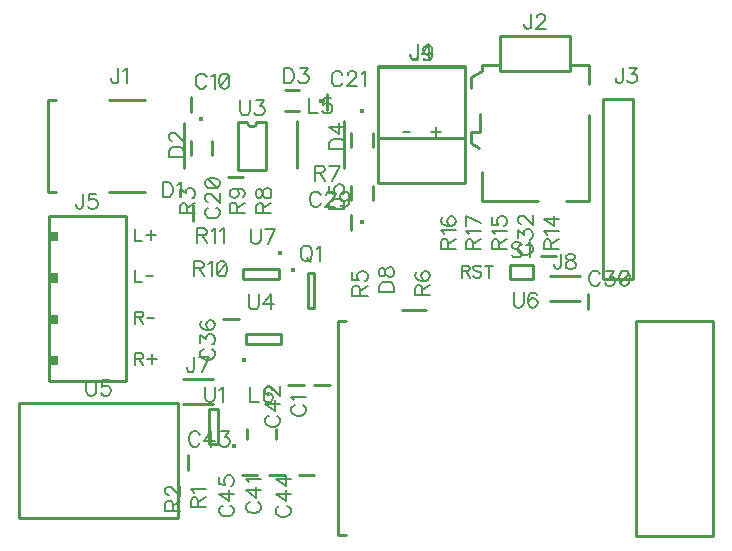
<source format=gbr>
G04 DipTrace 3.3.1.3*
G04 TopSilk.gbr*
%MOIN*%
G04 #@! TF.FileFunction,Legend,Top*
G04 #@! TF.Part,Single*
%ADD10C,0.009843*%
%ADD32C,0.015746*%
%ADD34C,0.015762*%
%ADD55C,0.015422*%
%ADD59C,0.015395*%
%ADD67C,0.015401*%
%ADD158C,0.00772*%
%ADD159C,0.006176*%
%FSLAX26Y26*%
G04*
G70*
G90*
G75*
G01*
G04 TopSilk*
%LPD*%
X1288547Y958997D2*
D10*
X1339689D1*
X879058Y1868445D2*
Y1919587D1*
X1001146Y1651911D2*
X1052287D1*
X1331814Y1876319D2*
Y1927461D1*
X1410596Y1525886D2*
Y1474744D1*
X2201892Y1210965D2*
Y1262106D1*
X2095594Y1388089D2*
X2044453D1*
X985398Y1179470D2*
X1036539D1*
X1138941Y659785D2*
X1190083D1*
X1201933Y958997D2*
X1253075D1*
X868089Y675417D2*
Y726559D1*
X1237366Y659785D2*
X1288508D1*
X1048390D2*
X1099531D1*
X882995Y1557382D2*
Y1506240D1*
X947973Y1771961D2*
Y1724729D1*
X877111Y1771961D2*
Y1724729D1*
D32*
X912542Y1844796D3*
X1239308Y1870397D2*
D10*
X1192075D1*
X1239308Y1941259D2*
X1192075D1*
D34*
X1312142Y1905828D3*
X1483406Y1799520D2*
D10*
Y1752288D1*
X1412544Y1799520D2*
Y1752288D1*
D32*
X1447975Y1872355D3*
X1412547Y1575125D2*
D10*
Y1622358D1*
X1483409Y1575125D2*
Y1622358D1*
D32*
X1447978Y1502291D3*
X1581839Y1207008D2*
D10*
X1660571D1*
X400722Y1602675D2*
Y1909766D1*
X426340D1*
X603489D2*
X725557D1*
X853508Y1831013D2*
Y1681428D1*
X725557Y1602675D2*
X603489D1*
X426340D2*
X400722D1*
X2142846Y2122362D2*
X1906650D1*
Y2004229D1*
X2142846D1*
Y2122362D1*
X2203866Y2023946D2*
X2140854D1*
X2203866Y1571187D2*
X2129075D1*
X1849571Y2004229D2*
Y2023946D1*
X1908598D1*
X2203866Y1960953D2*
Y2023946D1*
X1849571Y2004229D2*
X1810161Y1984568D1*
Y1949089D1*
X1837748Y1748358D2*
X1810161Y1764121D1*
Y1803498D1*
X1841689D1*
Y1862537D1*
X1849571Y1571187D2*
Y1669603D1*
X2203866Y1571187D2*
Y1858582D1*
X2034579Y1571187D2*
X1849571D1*
X2352309Y1912492D2*
X2252307D1*
Y1312547D1*
X2352309D1*
Y1912492D1*
X1501121Y2021182D2*
X1792465D1*
Y1631422D1*
X1501121D1*
Y2021182D1*
X404680Y1521953D2*
Y970803D1*
X660575Y970748D1*
Y1521953D1*
X404680Y1522008D1*
G36*
X433162Y1468811D2*
X401651D1*
Y1437279D1*
X433162D1*
Y1468811D1*
G37*
G36*
Y1331051D2*
X401651D1*
Y1299519D1*
X433162D1*
Y1331051D1*
G37*
G36*
Y1193292D2*
X401651D1*
Y1161704D1*
X433162D1*
Y1193292D1*
G37*
G36*
Y1055477D2*
X401651D1*
Y1023945D1*
X433162D1*
Y1055477D1*
G37*
X950732Y893819D2*
D10*
X850732D1*
X950732Y978071D2*
X850732D1*
X2073764Y1321969D2*
X2173764D1*
X2073764Y1237717D2*
X2173764D1*
X1501126Y2018031D2*
X1792465D1*
Y1781811D1*
X1501126D1*
Y2018031D1*
X1388921Y1838897D2*
Y1681418D1*
X1231441Y1838897D2*
Y1681418D1*
X1064114Y811374D2*
Y779889D1*
X1162547Y811374D2*
Y779889D1*
D55*
X1216732Y1342188D3*
X1266874Y1332987D2*
D10*
Y1214882D1*
X1286559D1*
Y1332987D1*
X1266874D1*
X1940098Y1356969D2*
X2016870Y1357163D1*
X1940098Y1312717D2*
Y1357204D1*
Y1312912D2*
X2016870D1*
Y1312717D2*
Y1357204D1*
D59*
X1022838Y755090D3*
X968772Y760353D2*
D10*
Y878461D1*
X937282Y760353D2*
Y878461D1*
X968772D2*
X937282D1*
X968772Y760353D2*
X937282D1*
X1034590Y1833975D2*
X1066079D1*
X1034590D2*
Y1676497D1*
X1097591Y1833975D2*
X1129080D1*
X1034590Y1676497D2*
X1129080D1*
Y1833975D1*
X1066079D2*
G03X1097591Y1833975I15756J8D01*
G01*
D67*
X1054921Y1042745D3*
X1060183Y1096810D2*
D10*
X1178291D1*
X1060183Y1128301D2*
X1178291D1*
Y1096810D2*
Y1128301D1*
X1060183Y1096810D2*
Y1128301D1*
X304276Y515662D2*
X835772D1*
Y897542D1*
X304276D1*
Y515662D1*
X2618044Y1172584D2*
X2361794D1*
Y453875D1*
X2618044D1*
Y1172584D1*
X1393420D2*
X1368420D1*
X1368045Y535077D1*
X1368420Y460081D2*
X1393420D1*
X1368420D2*
Y553845D1*
D67*
X1175678Y1398830D3*
X1170415Y1344765D2*
D10*
X1052307D1*
X1170415Y1313274D2*
X1052307D1*
Y1344765D2*
Y1313274D1*
X1170415Y1344765D2*
Y1313274D1*
X1223306Y892339D2*
D158*
X1218553Y889963D1*
X1213744Y885154D1*
X1211368Y880401D1*
Y870840D1*
X1213744Y866031D1*
X1218553Y861278D1*
X1223306Y858846D1*
X1230491Y856470D1*
X1242484D1*
X1249614Y858846D1*
X1254422Y861278D1*
X1259176Y866031D1*
X1261608Y870840D1*
Y880401D1*
X1259176Y885154D1*
X1254423Y889963D1*
X1249614Y892339D1*
X1220984Y907779D2*
X1218553Y912587D1*
X1211423Y919772D1*
X1261608D1*
X929687Y1984828D2*
X927310Y1989581D1*
X922502Y1994390D1*
X917748Y1996766D1*
X908187D1*
X903378Y1994390D1*
X898625Y1989581D1*
X896193Y1984828D1*
X893817Y1977643D1*
Y1965650D1*
X896193Y1958520D1*
X898625Y1953711D1*
X903378Y1948958D1*
X908187Y1946526D1*
X917748D1*
X922502Y1948958D1*
X927310Y1953711D1*
X929687Y1958520D1*
X945126Y1987149D2*
X949934Y1989581D1*
X957119Y1996711D1*
Y1946526D1*
X986929Y1996711D2*
X979744Y1994335D1*
X974935Y1987149D1*
X972559Y1975211D1*
Y1968026D1*
X974935Y1956088D1*
X979744Y1948903D1*
X986929Y1946526D1*
X991682D1*
X998867Y1948903D1*
X1003620Y1956088D1*
X1006052Y1968026D1*
Y1975211D1*
X1003620Y1987149D1*
X998867Y1994335D1*
X991682Y1996711D1*
X986929D1*
X1003620Y1987149D2*
X974935Y1956088D1*
X935904Y1550037D2*
X931151Y1547660D1*
X926343Y1542852D1*
X923966Y1538098D1*
Y1528537D1*
X926343Y1523728D1*
X931151Y1518975D1*
X935904Y1516543D1*
X943089Y1514167D1*
X955083D1*
X962212Y1516543D1*
X967021Y1518975D1*
X971774Y1523728D1*
X974206Y1528537D1*
Y1538098D1*
X971774Y1542852D1*
X967021Y1547660D1*
X962212Y1550037D1*
X935959Y1567908D2*
X933583D1*
X928774Y1570284D1*
X926398Y1572661D1*
X924021Y1577469D1*
Y1587031D1*
X926398Y1591784D1*
X928774Y1594161D1*
X933583Y1596593D1*
X938336D1*
X943144Y1594161D1*
X950274Y1589407D1*
X974206Y1565476D1*
Y1598969D1*
X924021Y1628778D2*
X926398Y1621593D1*
X933583Y1616785D1*
X945521Y1614408D1*
X952706D1*
X964644Y1616785D1*
X971829Y1621593D1*
X974206Y1628778D1*
Y1633532D1*
X971829Y1640717D1*
X964644Y1645470D1*
X952706Y1647902D1*
X945521D1*
X933583Y1645470D1*
X926398Y1640717D1*
X924021Y1633532D1*
Y1628778D1*
X933583Y1645470D2*
X964644Y1616785D1*
X1382443Y1992702D2*
X1380066Y1997455D1*
X1375258Y2002264D1*
X1370504Y2004640D1*
X1360943D1*
X1356134Y2002264D1*
X1351381Y1997455D1*
X1348949Y1992702D1*
X1346573Y1985517D1*
Y1973524D1*
X1348949Y1966394D1*
X1351381Y1961585D1*
X1356134Y1956832D1*
X1360943Y1954400D1*
X1370504D1*
X1375258Y1956832D1*
X1380066Y1961585D1*
X1382443Y1966394D1*
X1400314Y1992647D2*
Y1995024D1*
X1402690Y1999832D1*
X1405067Y2002209D1*
X1409875Y2004585D1*
X1419437D1*
X1424190Y2002209D1*
X1426567Y1999832D1*
X1428999Y1995024D1*
Y1990270D1*
X1426567Y1985462D1*
X1421814Y1978332D1*
X1397882Y1954400D1*
X1431375D1*
X1446814Y1995024D2*
X1451623Y1997455D1*
X1458808Y2004585D1*
Y1954400D1*
X1309910Y1591127D2*
X1307533Y1595881D1*
X1302725Y1600689D1*
X1297972Y1603066D1*
X1288410D1*
X1283602Y1600689D1*
X1278848Y1595881D1*
X1276416Y1591127D1*
X1274040Y1583942D1*
Y1571949D1*
X1276416Y1564819D1*
X1278848Y1560011D1*
X1283602Y1555257D1*
X1288410Y1552826D1*
X1297972D1*
X1302725Y1555257D1*
X1307533Y1560011D1*
X1309910Y1564819D1*
X1327781Y1591072D2*
Y1593449D1*
X1330158Y1598257D1*
X1332534Y1600634D1*
X1337343Y1603010D1*
X1346904D1*
X1351657Y1600634D1*
X1354034Y1598257D1*
X1356466Y1593449D1*
Y1588696D1*
X1354034Y1583887D1*
X1349281Y1576757D1*
X1325349Y1552826D1*
X1358842D1*
X1405398Y1586319D2*
X1402967Y1579134D1*
X1398213Y1574325D1*
X1391028Y1571949D1*
X1388652D1*
X1381467Y1574325D1*
X1376714Y1579134D1*
X1374282Y1586319D1*
Y1588696D1*
X1376714Y1595881D1*
X1381467Y1600634D1*
X1388652Y1603010D1*
X1391028D1*
X1398213Y1600634D1*
X1402967Y1595881D1*
X1405398Y1586319D1*
Y1574325D1*
X1402967Y1562387D1*
X1398213Y1555202D1*
X1391028Y1552826D1*
X1386275D1*
X1379090Y1555202D1*
X1376714Y1560011D1*
X2241771Y1327348D2*
X2239395Y1332101D1*
X2234586Y1336909D1*
X2229833Y1339286D1*
X2220272D1*
X2215463Y1336909D1*
X2210710Y1332101D1*
X2208278Y1327348D1*
X2205901Y1320163D1*
Y1308169D1*
X2208278Y1301040D1*
X2210710Y1296231D1*
X2215463Y1291478D1*
X2220272Y1289046D1*
X2229833D1*
X2234586Y1291478D1*
X2239395Y1296231D1*
X2241771Y1301040D1*
X2262019Y1339231D2*
X2288272D1*
X2273957Y1320108D1*
X2281142D1*
X2285896Y1317731D1*
X2288272Y1315354D1*
X2290704Y1308169D1*
Y1303416D1*
X2288272Y1296231D1*
X2283519Y1291423D1*
X2276334Y1289046D1*
X2269149D1*
X2262019Y1291423D1*
X2259643Y1293855D1*
X2257211Y1298608D1*
X2320513Y1339231D2*
X2313328Y1336854D1*
X2308520Y1329669D1*
X2306143Y1317731D1*
Y1310546D1*
X2308520Y1298608D1*
X2313328Y1291423D1*
X2320513Y1289046D1*
X2325266D1*
X2332452Y1291423D1*
X2337205Y1298608D1*
X2339637Y1310546D1*
Y1317731D1*
X2337205Y1329669D1*
X2332452Y1336854D1*
X2325266Y1339231D1*
X2320513D1*
X2337205Y1329669D2*
X2308520Y1298608D1*
X1979211Y1427968D2*
X1974458Y1425592D1*
X1969650Y1420783D1*
X1967273Y1416030D1*
Y1406469D1*
X1969650Y1401660D1*
X1974458Y1396907D1*
X1979211Y1394475D1*
X1986396Y1392098D1*
X1998390D1*
X2005520Y1394475D1*
X2010328Y1396907D1*
X2015081Y1401660D1*
X2017513Y1406468D1*
Y1416030D1*
X2015081Y1420783D1*
X2010328Y1425592D1*
X2005520Y1427968D1*
X1967328Y1448216D2*
Y1474469D1*
X1986452Y1460154D1*
Y1467339D1*
X1988828Y1472092D1*
X1991205Y1474469D1*
X1998390Y1476901D1*
X2003143D1*
X2010328Y1474469D1*
X2015136Y1469716D1*
X2017513Y1462531D1*
Y1455346D1*
X2015136Y1448216D1*
X2012705Y1445839D1*
X2007951Y1443408D1*
X1979267Y1494772D2*
X1976890D1*
X1972081Y1497149D1*
X1969705Y1499525D1*
X1967328Y1504334D1*
Y1513895D1*
X1969705Y1518648D1*
X1972081Y1521025D1*
X1976890Y1523457D1*
X1981643D1*
X1986452Y1521025D1*
X1993581Y1516272D1*
X2017513Y1492340D1*
Y1525833D1*
X920156Y1078812D2*
X915403Y1076435D1*
X910595Y1071627D1*
X908218Y1066873D1*
Y1057312D1*
X910594Y1052503D1*
X915403Y1047750D1*
X920156Y1045318D1*
X927341Y1042942D1*
X939335D1*
X946464Y1045318D1*
X951273Y1047750D1*
X956026Y1052503D1*
X958458Y1057312D1*
Y1066873D1*
X956026Y1071626D1*
X951273Y1076435D1*
X946464Y1078812D1*
X908273Y1099059D2*
Y1125312D1*
X927396Y1110997D1*
Y1118182D1*
X929773Y1122936D1*
X932150Y1125312D1*
X939335Y1127744D1*
X944088D1*
X951273Y1125312D1*
X956081Y1120559D1*
X958458Y1113374D1*
Y1106189D1*
X956081Y1099059D1*
X953649Y1096683D1*
X948896Y1094251D1*
X915403Y1171868D2*
X910650Y1169492D1*
X908273Y1162307D1*
Y1157553D1*
X910650Y1150368D1*
X917835Y1145560D1*
X929773Y1143183D1*
X941711D1*
X951273Y1145560D1*
X956081Y1150368D1*
X958458Y1157553D1*
Y1159930D1*
X956081Y1167060D1*
X951273Y1171868D1*
X944088Y1174245D1*
X941711D1*
X934526Y1171868D1*
X929773Y1167060D1*
X927396Y1159930D1*
Y1157553D1*
X929773Y1150368D1*
X934526Y1145560D1*
X941711Y1143183D1*
X1073699Y567472D2*
X1068946Y565096D1*
X1064138Y560287D1*
X1061761Y555534D1*
Y545972D1*
X1064138Y541164D1*
X1068946Y536411D1*
X1073699Y533979D1*
X1080884Y531602D1*
X1092878D1*
X1100008Y533979D1*
X1104816Y536411D1*
X1109569Y541164D1*
X1112001Y545972D1*
Y555534D1*
X1109569Y560287D1*
X1104816Y565096D1*
X1100008Y567472D1*
X1112001Y606843D2*
X1061817D1*
X1095255Y582911D1*
Y618781D1*
X1071378Y634221D2*
X1068946Y639029D1*
X1061817Y646214D1*
X1112001D1*
X1136692Y855935D2*
X1131938Y853558D1*
X1127130Y848750D1*
X1124753Y843997D1*
Y834435D1*
X1127130Y829627D1*
X1131938Y824873D1*
X1136692Y822442D1*
X1143877Y820065D1*
X1155870D1*
X1163000Y822442D1*
X1167808Y824873D1*
X1172561Y829627D1*
X1174993Y834435D1*
Y843997D1*
X1172562Y848750D1*
X1167808Y853558D1*
X1163000Y855935D1*
X1174993Y895306D2*
X1124809D1*
X1158247Y871374D1*
Y907244D1*
X1136747Y925115D2*
X1134370D1*
X1129562Y927492D1*
X1127185Y929868D1*
X1124809Y934677D1*
Y944238D1*
X1127185Y948992D1*
X1129562Y951368D1*
X1134370Y953800D1*
X1139123D1*
X1143932Y951368D1*
X1151062Y946615D1*
X1174993Y922683D1*
Y956177D1*
X906780Y791801D2*
X904403Y796554D1*
X899595Y801362D1*
X894842Y803739D1*
X885280D1*
X880472Y801362D1*
X875718Y796554D1*
X873287Y791801D1*
X870910Y784616D1*
Y772622D1*
X873287Y765492D1*
X875718Y760684D1*
X880472Y755931D1*
X885280Y753499D1*
X894842D1*
X899595Y755931D1*
X904403Y760684D1*
X906780Y765492D1*
X946151Y753499D2*
Y803684D1*
X922219Y770245D1*
X958089D1*
X978337Y803684D2*
X1004590D1*
X990275Y784560D1*
X997460D1*
X1002213Y782184D1*
X1004590Y779807D1*
X1007022Y772622D1*
Y767869D1*
X1004590Y760684D1*
X999837Y755875D1*
X992652Y753499D1*
X985467D1*
X978337Y755875D1*
X975960Y758307D1*
X973528Y763060D1*
X1172125Y555534D2*
X1167371Y553157D1*
X1162563Y548349D1*
X1160186Y543596D1*
Y534034D1*
X1162563Y529226D1*
X1167371Y524473D1*
X1172125Y522041D1*
X1179310Y519664D1*
X1191303D1*
X1198433Y522041D1*
X1203241Y524473D1*
X1207995Y529226D1*
X1210426Y534034D1*
Y543596D1*
X1207995Y548349D1*
X1203241Y553157D1*
X1198433Y555534D1*
X1210426Y594905D2*
X1160242D1*
X1193680Y570973D1*
Y606843D1*
X1210426Y646214D2*
X1160242D1*
X1193680Y622282D1*
Y658152D1*
X983148Y556722D2*
X978395Y554346D1*
X973587Y549537D1*
X971210Y544784D1*
Y535222D1*
X973587Y530414D1*
X978395Y525661D1*
X983148Y523229D1*
X990333Y520852D1*
X1002327D1*
X1009457Y523229D1*
X1014265Y525661D1*
X1019018Y530414D1*
X1021450Y535222D1*
Y544784D1*
X1019018Y549537D1*
X1014265Y554346D1*
X1009457Y556722D1*
X1021450Y596093D2*
X971265D1*
X1004703Y572162D1*
Y608031D1*
X971265Y652156D2*
Y628279D1*
X992765Y625903D1*
X990389Y628279D1*
X987957Y635464D1*
Y642594D1*
X990389Y649779D1*
X995142Y654587D1*
X1002327Y656964D1*
X1007080D1*
X1014265Y654587D1*
X1019073Y649779D1*
X1021450Y642594D1*
Y635464D1*
X1019073Y628279D1*
X1016642Y625903D1*
X1011888Y623471D1*
X783645Y1634562D2*
Y1584322D1*
X800391D1*
X807576Y1586754D1*
X812385Y1591507D1*
X814761Y1596315D1*
X817138Y1603445D1*
Y1615438D1*
X814761Y1622623D1*
X812385Y1627377D1*
X807576Y1632185D1*
X800391Y1634562D1*
X783645D1*
X832577Y1624945D2*
X837386Y1627377D1*
X844571Y1634506D1*
Y1584322D1*
X803888Y1719929D2*
X854128D1*
Y1736676D1*
X851696Y1743861D1*
X846943Y1748669D1*
X842134Y1751046D1*
X835005Y1753422D1*
X823011D1*
X815826Y1751046D1*
X811073Y1748669D1*
X806264Y1743861D1*
X803888Y1736676D1*
Y1719929D1*
X815881Y1771293D2*
X813505D1*
X808696Y1773670D1*
X806320Y1776046D1*
X803943Y1780855D1*
Y1790417D1*
X806320Y1795170D1*
X808696Y1797546D1*
X813505Y1799978D1*
X818258D1*
X823066Y1797546D1*
X830196Y1792793D1*
X854128Y1768861D1*
Y1802355D1*
X1187275Y2014482D2*
Y1964242D1*
X1204022D1*
X1211207Y1966674D1*
X1216015Y1971427D1*
X1218392Y1976236D1*
X1220769Y1983366D1*
Y1995359D1*
X1218392Y2002544D1*
X1216015Y2007297D1*
X1211207Y2012106D1*
X1204022Y2014482D1*
X1187275D1*
X1241016Y2014427D2*
X1267269D1*
X1252954Y1995304D1*
X1260140D1*
X1264893Y1992927D1*
X1267269Y1990551D1*
X1269701Y1983366D1*
Y1978612D1*
X1267269Y1971427D1*
X1262516Y1966619D1*
X1255331Y1964242D1*
X1248146D1*
X1241016Y1966619D1*
X1238640Y1969051D1*
X1236208Y1973804D1*
X1339321Y1746300D2*
X1389561D1*
Y1763046D1*
X1387129Y1770231D1*
X1382376Y1775040D1*
X1377567Y1777416D1*
X1370438Y1779793D1*
X1358444D1*
X1351259Y1777416D1*
X1346506Y1775040D1*
X1341698Y1770231D1*
X1339321Y1763046D1*
Y1746300D1*
X1389561Y1819164D2*
X1339376D1*
X1372814Y1795232D1*
Y1831102D1*
X1339324Y1544732D2*
X1389564D1*
Y1561479D1*
X1387132Y1568664D1*
X1382379Y1573472D1*
X1377570Y1575849D1*
X1370440Y1578225D1*
X1358447D1*
X1351262Y1575849D1*
X1346509Y1573472D1*
X1341700Y1568664D1*
X1339324Y1561479D1*
Y1544732D1*
X1339379Y1622349D2*
Y1598473D1*
X1360879Y1596096D1*
X1358502Y1598473D1*
X1356070Y1605658D1*
Y1612788D1*
X1358502Y1619973D1*
X1363255Y1624781D1*
X1370440Y1627158D1*
X1375193D1*
X1382379Y1624781D1*
X1387187Y1619973D1*
X1389564Y1612788D1*
Y1605658D1*
X1387187Y1598473D1*
X1384755Y1596096D1*
X1380002Y1593665D1*
X1504675Y1269169D2*
X1554915D1*
Y1285916D1*
X1552483Y1293101D1*
X1547730Y1297909D1*
X1542921Y1300286D1*
X1535791Y1302662D1*
X1523798D1*
X1516613Y1300286D1*
X1511860Y1297909D1*
X1507051Y1293101D1*
X1504675Y1285916D1*
Y1269169D1*
X1504730Y1330040D2*
X1507106Y1322910D1*
X1511860Y1320478D1*
X1516668D1*
X1521421Y1322910D1*
X1523853Y1327663D1*
X1526230Y1337225D1*
X1528606Y1344410D1*
X1533415Y1349163D1*
X1538168Y1351540D1*
X1545353D1*
X1550106Y1349163D1*
X1552538Y1346786D1*
X1554915Y1339601D1*
Y1330040D1*
X1552538Y1322910D1*
X1550106Y1320478D1*
X1545353Y1318102D1*
X1538168D1*
X1533415Y1320478D1*
X1528606Y1325287D1*
X1526230Y1332416D1*
X1523853Y1341978D1*
X1521421Y1346787D1*
X1516668Y1349163D1*
X1511860D1*
X1507106Y1346787D1*
X1504730Y1339602D1*
Y1330040D1*
X636181Y2014483D2*
Y1976236D1*
X633805Y1969051D1*
X631373Y1966675D1*
X626620Y1964243D1*
X621811D1*
X617058Y1966675D1*
X614681Y1969051D1*
X612250Y1976236D1*
Y1980990D1*
X651620Y2004866D2*
X656429Y2007298D1*
X663614Y2014428D1*
Y1964243D1*
X2012248Y2195585D2*
Y2157339D1*
X2009871Y2150154D1*
X2007439Y2147777D1*
X2002686Y2145345D1*
X1997878D1*
X1993124Y2147777D1*
X1990748Y2150154D1*
X1988316Y2157339D1*
Y2162092D1*
X2030119Y2183592D2*
Y2185968D1*
X2032495Y2190777D1*
X2034872Y2193153D1*
X2039680Y2195530D1*
X2049242D1*
X2053995Y2193153D1*
X2056372Y2190777D1*
X2058804Y2185968D1*
Y2181215D1*
X2056372Y2176407D1*
X2051619Y2169277D1*
X2027687Y2145345D1*
X2061180D1*
X2317267Y2014877D2*
Y1976630D1*
X2314891Y1969445D1*
X2312459Y1967068D1*
X2307706Y1964637D1*
X2302897D1*
X2298144Y1967068D1*
X2295767Y1969445D1*
X2293336Y1976630D1*
Y1981383D1*
X2337515Y2014821D2*
X2363768D1*
X2349453Y1995698D1*
X2356638D1*
X2361391Y1993322D1*
X2363768Y1990945D1*
X2366200Y1983760D1*
Y1979007D1*
X2363768Y1971822D1*
X2359015Y1967013D1*
X2351830Y1964637D1*
X2344645D1*
X2337515Y1967013D1*
X2335138Y1969445D1*
X2332707Y1974198D1*
X1633104Y2094405D2*
Y2056158D1*
X1630727Y2048973D1*
X1628295Y2046597D1*
X1623542Y2044165D1*
X1618734D1*
X1613981Y2046597D1*
X1611604Y2048973D1*
X1609172Y2056158D1*
Y2060911D1*
X1672475Y2044165D2*
Y2094350D1*
X1648543Y2060911D1*
X1684413D1*
X518612Y1595231D2*
Y1556984D1*
X516236Y1549799D1*
X513804Y1547423D1*
X509051Y1544991D1*
X504242D1*
X499489Y1547423D1*
X497113Y1549799D1*
X494681Y1556984D1*
Y1561738D1*
X562737Y1595176D2*
X538860D1*
X536484Y1573676D1*
X538860Y1576052D1*
X546045Y1578484D1*
X553175D1*
X560360Y1576052D1*
X565168Y1571299D1*
X567545Y1564114D1*
Y1559361D1*
X565168Y1552176D1*
X560360Y1547368D1*
X553175Y1544991D1*
X546045D1*
X538860Y1547368D1*
X536484Y1549799D1*
X534052Y1554553D1*
X888232Y1051294D2*
Y1013047D1*
X885855Y1005862D1*
X883423Y1003486D1*
X878670Y1001054D1*
X873862D1*
X869109Y1003486D1*
X866732Y1005862D1*
X864300Y1013047D1*
Y1017801D1*
X913233Y1001054D2*
X937164Y1051239D1*
X903671D1*
X2111291Y1395192D2*
Y1356945D1*
X2108914Y1349760D1*
X2106483Y1347383D1*
X2101729Y1344952D1*
X2096921D1*
X2092168Y1347383D1*
X2089791Y1349760D1*
X2087359Y1356945D1*
Y1361698D1*
X2138668Y1395136D2*
X2131539Y1392760D1*
X2129107Y1388007D1*
Y1383198D1*
X2131539Y1378445D1*
X2136292Y1376013D1*
X2145853Y1373636D1*
X2153039Y1371260D1*
X2157792Y1366451D1*
X2160168Y1361698D1*
Y1354513D1*
X2157792Y1349760D1*
X2155415Y1347328D1*
X2148230Y1344952D1*
X2138668D1*
X2131539Y1347328D1*
X2129107Y1349760D1*
X2126730Y1354513D1*
Y1361698D1*
X2129107Y1366451D1*
X2133915Y1371260D1*
X2141045Y1373636D1*
X2150607Y1376013D1*
X2155415Y1378445D1*
X2157792Y1383198D1*
Y1388007D1*
X2155415Y1392760D1*
X2148230Y1395136D1*
X2138668D1*
X1635483Y2091255D2*
Y2053008D1*
X1633107Y2045823D1*
X1630675Y2043446D1*
X1625922Y2041015D1*
X1621113D1*
X1616360Y2043446D1*
X1613983Y2045823D1*
X1611551Y2053008D1*
Y2057761D1*
X1682039Y2074508D2*
X1679607Y2067323D1*
X1674854Y2062514D1*
X1667669Y2060138D1*
X1665292D1*
X1658107Y2062514D1*
X1653354Y2067323D1*
X1650922Y2074508D1*
Y2076884D1*
X1653354Y2084070D1*
X1658107Y2088823D1*
X1665292Y2091199D1*
X1667669D1*
X1674854Y2088823D1*
X1679607Y2084070D1*
X1682039Y2074508D1*
Y2062514D1*
X1679607Y2050576D1*
X1674854Y2043391D1*
X1667669Y2041015D1*
X1662916D1*
X1655731Y2043391D1*
X1653354Y2048200D1*
X1271372Y1914089D2*
Y1863849D1*
X1300057D1*
X1344181Y1914034D2*
X1320305D1*
X1317928Y1892534D1*
X1320305Y1894911D1*
X1327490Y1897343D1*
X1334620D1*
X1341805Y1894911D1*
X1346613Y1890158D1*
X1348990Y1882972D1*
Y1878219D1*
X1346613Y1871034D1*
X1341805Y1866226D1*
X1334620Y1863849D1*
X1327490D1*
X1320305Y1866226D1*
X1317928Y1868658D1*
X1315497Y1873411D1*
X1075738Y950507D2*
Y900267D1*
X1104423D1*
X1148547Y943322D2*
X1146170Y948075D1*
X1138985Y950451D1*
X1134232D1*
X1127047Y948075D1*
X1122239Y940890D1*
X1119862Y928951D1*
Y917013D1*
X1122239Y907452D1*
X1127047Y902643D1*
X1134232Y900267D1*
X1136609D1*
X1143738Y902643D1*
X1148547Y907452D1*
X1150924Y914637D1*
Y917013D1*
X1148547Y924198D1*
X1143738Y928951D1*
X1136609Y931328D1*
X1134232D1*
X1127047Y928951D1*
X1122239Y924198D1*
X1119862Y917013D1*
X1257344Y1423113D2*
X1252591Y1420792D1*
X1247782Y1415983D1*
X1245406Y1411175D1*
X1242974Y1403990D1*
Y1392051D1*
X1245406Y1384866D1*
X1247782Y1380113D1*
X1252591Y1375305D1*
X1257344Y1372928D1*
X1266906D1*
X1271714Y1375305D1*
X1276467Y1380113D1*
X1278844Y1384866D1*
X1281276Y1392051D1*
Y1403990D1*
X1278844Y1411175D1*
X1276467Y1415983D1*
X1271714Y1420792D1*
X1266906Y1423113D1*
X1257344D1*
X1264529Y1382490D2*
X1278844Y1368120D1*
X1296715Y1413496D2*
X1301523Y1415928D1*
X1308708Y1423058D1*
Y1372873D1*
X901705Y550561D2*
Y572061D1*
X899273Y579246D1*
X896896Y581677D1*
X892143Y584054D1*
X887335D1*
X882581Y581677D1*
X880150Y579246D1*
X877773Y572061D1*
Y550561D1*
X928013D1*
X901705Y567307D2*
X928013Y584054D1*
X887390Y599493D2*
X884958Y604302D1*
X877828Y611487D1*
X928013D1*
X816509Y539811D2*
Y561311D1*
X814077Y568496D1*
X811701Y570928D1*
X806948Y573304D1*
X802139D1*
X797386Y570928D1*
X794954Y568496D1*
X792577Y561311D1*
Y539811D1*
X842817D1*
X816509Y556557D2*
X842818Y573304D1*
X804571Y591175D2*
X802194D1*
X797386Y593552D1*
X795009Y595928D1*
X792633Y600737D1*
Y610298D1*
X795009Y615052D1*
X797386Y617428D1*
X802194Y619860D1*
X806948D1*
X811756Y617428D1*
X818886Y612675D1*
X842817Y588743D1*
Y622237D1*
X865220Y1531937D2*
Y1553437D1*
X862789Y1560622D1*
X860412Y1563053D1*
X855659Y1565430D1*
X850850D1*
X846097Y1563053D1*
X843665Y1560622D1*
X841289Y1553437D1*
Y1531937D1*
X891529D1*
X865220Y1548683D2*
X891529Y1565430D1*
X841344Y1585678D2*
Y1611931D1*
X860467Y1597616D1*
Y1604801D1*
X862844Y1609554D1*
X865220Y1611931D1*
X872406Y1614363D1*
X877159D1*
X884344Y1611931D1*
X889152Y1607178D1*
X891529Y1599992D1*
Y1592807D1*
X889152Y1585678D1*
X886720Y1583301D1*
X881967Y1580869D1*
X1440024Y1256346D2*
Y1277846D1*
X1437592Y1285031D1*
X1435215Y1287463D1*
X1430462Y1289840D1*
X1425654D1*
X1420900Y1287463D1*
X1418469Y1285031D1*
X1416092Y1277846D1*
Y1256346D1*
X1466332D1*
X1440024Y1273093D2*
X1466332Y1289839D1*
X1416147Y1333964D2*
Y1310087D1*
X1437647Y1307711D1*
X1435270Y1310087D1*
X1432839Y1317272D1*
Y1324402D1*
X1435270Y1331587D1*
X1440024Y1336395D1*
X1447209Y1338772D1*
X1451962D1*
X1459147Y1336395D1*
X1463955Y1331587D1*
X1466332Y1324402D1*
Y1317272D1*
X1463955Y1310087D1*
X1461523Y1307711D1*
X1456770Y1305279D1*
X1648685Y1257562D2*
Y1279062D1*
X1646253Y1286247D1*
X1643877Y1288679D1*
X1639123Y1291055D1*
X1634315D1*
X1629562Y1288679D1*
X1627130Y1286247D1*
X1624753Y1279062D1*
Y1257562D1*
X1674993D1*
X1648685Y1274309D2*
X1674993Y1291055D1*
X1631938Y1335180D2*
X1627185Y1332803D1*
X1624809Y1325618D1*
Y1320865D1*
X1627185Y1313680D1*
X1634370Y1308871D1*
X1646308Y1306495D1*
X1658247D1*
X1667808Y1308871D1*
X1672617Y1313680D1*
X1674993Y1320865D1*
Y1323241D1*
X1672617Y1330371D1*
X1667808Y1335180D1*
X1660623Y1337556D1*
X1658247D1*
X1651062Y1335180D1*
X1646308Y1330371D1*
X1643932Y1323241D1*
Y1320865D1*
X1646308Y1313680D1*
X1651062Y1308871D1*
X1658247Y1306495D1*
X1290622Y1665748D2*
X1312122D1*
X1319307Y1668180D1*
X1321738Y1670557D1*
X1324115Y1675310D1*
Y1680118D1*
X1321738Y1684871D1*
X1319307Y1687303D1*
X1312122Y1689680D1*
X1290622D1*
Y1639440D1*
X1307368Y1665748D2*
X1324115Y1639440D1*
X1349116D2*
X1373048Y1689624D1*
X1339554D1*
X1119157Y1531964D2*
X1119158Y1553464D1*
X1116726Y1560649D1*
X1114349Y1563081D1*
X1109596Y1565458D1*
X1104787D1*
X1100034Y1563081D1*
X1097602Y1560649D1*
X1095226Y1553464D1*
Y1531964D1*
X1145466D1*
X1119157Y1548711D2*
X1145466Y1565458D1*
X1095281Y1592835D2*
X1097658Y1585705D1*
X1102411Y1583274D1*
X1107219D1*
X1111972Y1585705D1*
X1114404Y1590459D1*
X1116781Y1600020D1*
X1119158Y1607205D1*
X1123966Y1611958D1*
X1128719Y1614335D1*
X1135904D1*
X1140657Y1611958D1*
X1143089Y1609582D1*
X1145466Y1602397D1*
Y1592835D1*
X1143089Y1585705D1*
X1140657Y1583273D1*
X1135904Y1580897D1*
X1128719D1*
X1123966Y1583274D1*
X1119158Y1588082D1*
X1116781Y1595212D1*
X1114404Y1604773D1*
X1111972Y1609582D1*
X1107219Y1611958D1*
X1102411D1*
X1097658Y1609582D1*
X1095281Y1602397D1*
Y1592835D1*
X1030575Y1533125D2*
Y1554625D1*
X1028143Y1561810D1*
X1025766Y1564242D1*
X1021013Y1566618D1*
X1016205D1*
X1011452Y1564242D1*
X1009020Y1561810D1*
X1006643Y1554625D1*
Y1533125D1*
X1056883D1*
X1030575Y1549872D2*
X1056883Y1566618D1*
X1023390Y1613174D2*
X1030575Y1610742D1*
X1035383Y1605989D1*
X1037760Y1598804D1*
Y1596428D1*
X1035383Y1589243D1*
X1030575Y1584489D1*
X1023390Y1582058D1*
X1021013D1*
X1013828Y1584489D1*
X1009075Y1589243D1*
X1006698Y1596428D1*
Y1598804D1*
X1009075Y1605989D1*
X1013828Y1610742D1*
X1023390Y1613174D1*
X1035383D1*
X1047321Y1610742D1*
X1054507Y1605989D1*
X1056883Y1598804D1*
Y1594051D1*
X1054507Y1586866D1*
X1049698Y1584489D1*
X887142Y1346850D2*
X908641D1*
X915826Y1349282D1*
X918258Y1351659D1*
X920635Y1356412D1*
Y1361221D1*
X918258Y1365974D1*
X915826Y1368406D1*
X908641Y1370782D1*
X887142D1*
Y1320542D1*
X903888Y1346850D2*
X920635Y1320542D1*
X936074Y1361165D2*
X940883Y1363597D1*
X948068Y1370727D1*
Y1320542D1*
X977877Y1370727D2*
X970692Y1368350D1*
X965883Y1361165D1*
X963507Y1349227D1*
Y1342042D1*
X965883Y1330104D1*
X970692Y1322919D1*
X977877Y1320542D1*
X982630D1*
X989815Y1322919D1*
X994568Y1330104D1*
X997000Y1342042D1*
Y1349227D1*
X994568Y1361165D1*
X989815Y1368350D1*
X982630Y1370727D1*
X977877D1*
X994568Y1361165D2*
X965883Y1330104D1*
X897891Y1457087D2*
X919391D1*
X926576Y1459519D1*
X929008Y1461895D1*
X931385Y1466648D1*
Y1471457D1*
X929008Y1476210D1*
X926576Y1478642D1*
X919391Y1481018D1*
X897891D1*
Y1430778D1*
X914638Y1457087D2*
X931385Y1430778D1*
X946824Y1471401D2*
X951632Y1473833D1*
X958818Y1480963D1*
Y1430778D1*
X974257Y1471401D2*
X979065Y1473833D1*
X986250Y1480963D1*
Y1430778D1*
X2077819Y1410733D2*
Y1432233D1*
X2075387Y1439418D1*
X2073010Y1441850D1*
X2068257Y1444226D1*
X2063449D1*
X2058696Y1441850D1*
X2056264Y1439418D1*
X2053887Y1432233D1*
Y1410733D1*
X2104127D1*
X2077819Y1427480D2*
X2104127Y1444226D1*
X2063504Y1459665D2*
X2061072Y1464474D1*
X2053942Y1471659D1*
X2104127D1*
Y1511030D2*
X2053942D1*
X2087381Y1487098D1*
Y1522968D1*
X1904591Y1411921D2*
Y1433421D1*
X1902159Y1440606D1*
X1899782Y1443038D1*
X1895029Y1445414D1*
X1890220Y1445415D1*
X1885467Y1443038D1*
X1883035Y1440606D1*
X1880659Y1433421D1*
Y1411921D1*
X1930899D1*
X1904591Y1428668D2*
X1930899Y1445414D1*
X1890276Y1460854D2*
X1887844Y1465662D1*
X1880714Y1472847D1*
X1930899D1*
X1880714Y1516971D2*
Y1493095D1*
X1902214Y1490718D1*
X1899837Y1493095D1*
X1897406Y1500280D1*
Y1507410D1*
X1899837Y1514595D1*
X1904591Y1519403D1*
X1911776Y1521780D1*
X1916529D1*
X1923714Y1519403D1*
X1928522Y1514595D1*
X1930899Y1507410D1*
Y1500280D1*
X1928522Y1493095D1*
X1926090Y1490718D1*
X1921337Y1488286D1*
X1735299Y1413137D2*
Y1434637D1*
X1732867Y1441822D1*
X1730491Y1444254D1*
X1725738Y1446630D1*
X1720929D1*
X1716176Y1444254D1*
X1713744Y1441822D1*
X1711368Y1434637D1*
X1711367Y1413137D1*
X1761607D1*
X1735299Y1429884D2*
X1761608Y1446630D1*
X1720984Y1462070D2*
X1718553Y1466878D1*
X1711423Y1474063D1*
X1761608D1*
X1718553Y1518187D2*
X1713799Y1515811D1*
X1711423Y1508626D1*
Y1503872D1*
X1713799Y1496687D1*
X1720984Y1491879D1*
X1732923Y1489502D1*
X1744861D1*
X1754422Y1491879D1*
X1759231Y1496687D1*
X1761608Y1503872D1*
Y1506249D1*
X1759231Y1513379D1*
X1754422Y1518187D1*
X1747237Y1520564D1*
X1744861D1*
X1737676Y1518187D1*
X1732923Y1513379D1*
X1730546Y1506249D1*
Y1503872D1*
X1732923Y1496687D1*
X1737676Y1491879D1*
X1744861Y1489502D1*
X1817976Y1411921D2*
Y1433421D1*
X1815545Y1440606D1*
X1813168Y1443038D1*
X1808415Y1445414D1*
X1803606Y1445415D1*
X1798853Y1443038D1*
X1796421Y1440606D1*
X1794045Y1433421D1*
Y1411921D1*
X1844285D1*
X1817976Y1428668D2*
X1844285Y1445414D1*
X1803662Y1460854D2*
X1801230Y1465662D1*
X1794100Y1472847D1*
X1844285D1*
Y1497848D2*
X1794100Y1521780D1*
Y1488286D1*
X1980534Y1426589D2*
X1975781Y1431398D1*
X1968596Y1433774D1*
X1959034D1*
X1951849Y1431398D1*
X1947041Y1426589D1*
Y1421836D1*
X1949473Y1417028D1*
X1951849Y1414651D1*
X1956603Y1412274D1*
X1970973Y1407466D1*
X1975781Y1405089D1*
X1978158Y1402658D1*
X1980534Y1397904D1*
Y1390719D1*
X1975781Y1385966D1*
X1968596Y1383534D1*
X1959034D1*
X1951849Y1385966D1*
X1947041Y1390719D1*
X1995973Y1424157D2*
X2000782Y1426589D1*
X2007967Y1433719D1*
Y1383534D1*
X923935Y951684D2*
Y915814D1*
X926311Y908629D1*
X931120Y903876D1*
X938305Y901444D1*
X943058D1*
X950243Y903876D1*
X955051Y908629D1*
X957428Y915814D1*
Y951684D1*
X972867Y942067D2*
X977676Y944499D1*
X984861Y951628D1*
Y901444D1*
X1040622Y1907198D2*
Y1871328D1*
X1042998Y1864143D1*
X1047807Y1859390D1*
X1054992Y1856958D1*
X1059745D1*
X1066930Y1859390D1*
X1071738Y1864143D1*
X1074115Y1871328D1*
Y1907198D1*
X1094363Y1907143D2*
X1120616D1*
X1106301Y1888020D1*
X1113486D1*
X1118239Y1885643D1*
X1120616Y1883266D1*
X1123048Y1876081D1*
Y1871328D1*
X1120616Y1864143D1*
X1115863Y1859335D1*
X1108678Y1856958D1*
X1101492D1*
X1094363Y1859335D1*
X1091986Y1861767D1*
X1089554Y1866520D1*
X1070355Y1260546D2*
Y1224676D1*
X1072731Y1217491D1*
X1077540Y1212738D1*
X1084725Y1210306D1*
X1089478D1*
X1096663Y1212738D1*
X1101471Y1217491D1*
X1103848Y1224676D1*
Y1260546D1*
X1143219Y1210306D2*
Y1260491D1*
X1119287Y1227053D1*
X1155157D1*
X528811Y973577D2*
Y937707D1*
X531187Y930522D1*
X535996Y925769D1*
X543181Y923337D1*
X547934D1*
X555119Y925769D1*
X559927Y930522D1*
X562304Y937707D1*
Y973577D1*
X606428Y973522D2*
X582552D1*
X580175Y952022D1*
X582552Y954399D1*
X589737Y956831D1*
X596867D1*
X604052Y954399D1*
X608860Y949646D1*
X611237Y942461D1*
Y937707D1*
X608860Y930522D1*
X604052Y925714D1*
X596867Y923337D1*
X589737D1*
X582552Y925714D1*
X580175Y928146D1*
X577743Y932899D1*
X1953048Y1266845D2*
Y1230975D1*
X1955424Y1223790D1*
X1960233Y1219037D1*
X1967418Y1216605D1*
X1972171D1*
X1979356Y1219037D1*
X1984164Y1223790D1*
X1986541Y1230975D1*
Y1266845D1*
X2030665Y1259660D2*
X2028288Y1264413D1*
X2021103Y1266790D1*
X2016350D1*
X2009165Y1264413D1*
X2004357Y1257228D1*
X2001980Y1245290D1*
Y1233352D1*
X2004357Y1223790D1*
X2009165Y1218982D1*
X2016350Y1216605D1*
X2018727D1*
X2025857Y1218982D1*
X2030665Y1223790D1*
X2033042Y1230975D1*
Y1233352D1*
X2030665Y1240537D1*
X2025857Y1245290D1*
X2018727Y1247667D1*
X2016350D1*
X2009165Y1245290D1*
X2004357Y1240537D1*
X2001980Y1233352D1*
X1076630Y1479751D2*
Y1443881D1*
X1079006Y1436696D1*
X1083815Y1431942D1*
X1091000Y1429511D1*
X1095753D1*
X1102938Y1431942D1*
X1107746Y1436696D1*
X1110123Y1443881D1*
Y1479751D1*
X1135124Y1429511D2*
X1159055Y1479695D1*
X1125562D1*
X1693965Y1818343D2*
D159*
Y1783899D1*
X1676765Y1801099D2*
X1711209D1*
X1586214Y1801121D2*
X1608322D1*
X692513Y1478719D2*
Y1438527D1*
X715461D1*
X745012Y1475823D2*
Y1441379D1*
X727812Y1458579D2*
X762256D1*
X692513Y1341079D2*
Y1300887D1*
X715461D1*
X727812Y1320961D2*
X749920D1*
X692513Y1183983D2*
X709713D1*
X715461Y1185929D1*
X717406Y1187830D1*
X719308Y1191633D1*
Y1195479D1*
X717406Y1199282D1*
X715461Y1201227D1*
X709713Y1203129D1*
X692513D1*
Y1162937D1*
X705910Y1183983D2*
X719308Y1162937D1*
X731659Y1183010D2*
X753767D1*
X692513Y1046188D2*
X709713D1*
X715461Y1048133D1*
X717406Y1050035D1*
X719308Y1053837D1*
Y1057684D1*
X717406Y1061487D1*
X715461Y1063432D1*
X709713Y1065333D1*
X692513D1*
Y1025141D1*
X705910Y1046188D2*
X719308Y1025141D1*
X748859Y1062437D2*
Y1027993D1*
X731659Y1045193D2*
X766103D1*
X1779891Y1337681D2*
X1797091D1*
X1802839Y1339627D1*
X1804784Y1341528D1*
X1806686Y1345331D1*
Y1349177D1*
X1804784Y1352980D1*
X1802839Y1354925D1*
X1797091Y1356827D1*
X1779891D1*
Y1316635D1*
X1793288Y1337681D2*
X1806686Y1316635D1*
X1845832Y1351079D2*
X1842029Y1354925D1*
X1836281Y1356827D1*
X1828632D1*
X1822884Y1354925D1*
X1819037Y1351079D1*
Y1347276D1*
X1820983Y1343429D1*
X1822884Y1341528D1*
X1826686Y1339627D1*
X1838182Y1335780D1*
X1842029Y1333879D1*
X1843930Y1331933D1*
X1845832Y1328131D1*
Y1322383D1*
X1842029Y1318580D1*
X1836281Y1316635D1*
X1828632D1*
X1822884Y1318580D1*
X1819037Y1322383D1*
X1871580Y1356827D2*
Y1316635D1*
X1858183Y1356827D2*
X1884978D1*
M02*

</source>
